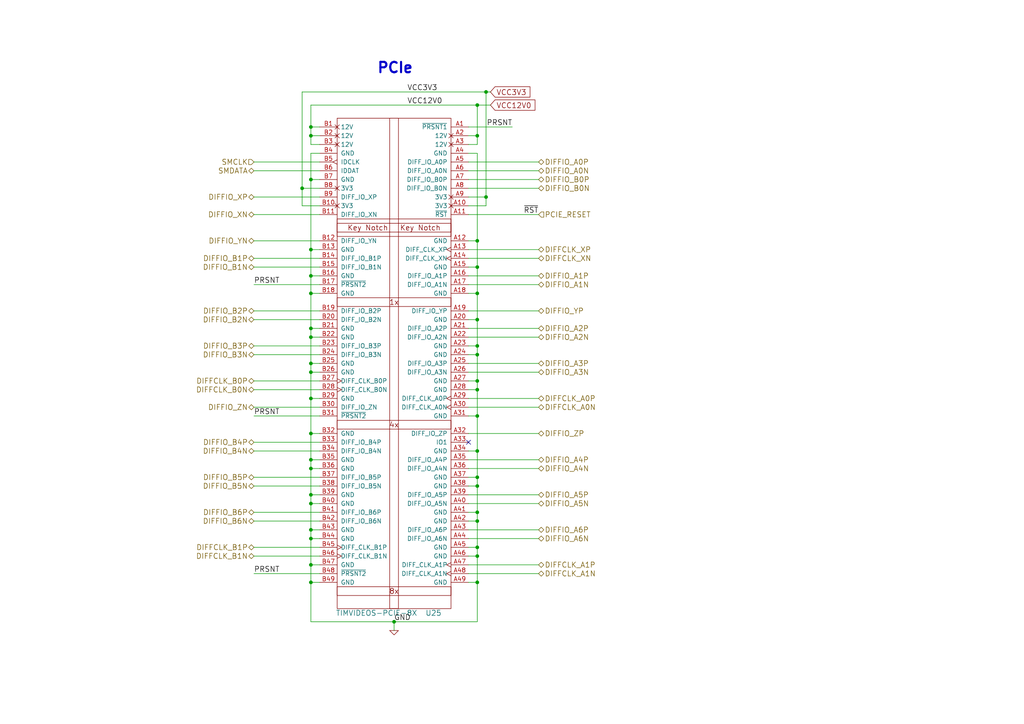
<source format=kicad_sch>
(kicad_sch (version 20250114) (generator "eeschema") (generator_version "9.0")
  (paper "A4")
  (title_block (title "Numato Opsis - TOFE Expansion Header") (date "11 jan 2016") (rev "Rev2") (company "Numato Lab") (comment 1 "http://opsis.hdmi2usb.tv/") (comment 2 "Designed in collaboration between Numato Lab and TimVideos.us") (comment 3 "License: CC-BY-SA 4.0 International") (comment 4 "$Id: 13b6ffbfc90ee885045304574051eb40e061d794 $"))
  (lib_symbols
    (symbol "GND_1" (power) (pin_names (offset 0))
      (symbol "GND_1_0_1"
        (polyline (pts (xy -1.27 0) (xy 0 -1.27) (xy 1.27 0) (xy -1.27 0)))
      )
      (symbol "GND_1_1_1"
        (pin power_in line (at 0 0 90) (length 0) (hide yes) (name "GND") (number "1"))
      )
    )
    (symbol "GND_2" (power) (pin_names (offset 0))
      (symbol "GND_2_0_1"
        (polyline (pts (xy -1.27 0) (xy 0 -1.27) (xy 1.27 0) (xy -1.27 0)))
      )
      (symbol "GND_2_1_1"
        (pin power_in line (at 0 0 90) (length 0) (hide yes) (name "GND") (number "1"))
      )
    )
    (symbol "timvideos-pcie-8x:TIMVIDEOS-PCIE-8X" (pin_names (offset 1.016))
      (property "Reference" "U" (at 0 -72.39 0))
      (property "Value" "TIMVIDEOS-PCIE-8X" (at -16.51 -72.39 0))
      (symbol "TIMVIDEOS-PCIE-8X_0_0"
        (rectangle (start -27.94 71.12) (end 5.08 -71.12))
        (rectangle (start -27.94 41.91) (end 5.08 36.83))
        (rectangle (start -27.94 40.64) (end 5.08 38.1))
        (rectangle (start -27.94 19.05) (end 5.08 16.51))
        (rectangle (start -27.94 -16.51) (end 5.08 -19.05))
        (rectangle (start -27.94 -64.77) (end 5.08 -67.31))
        (rectangle (start -12.7 71.12) (end -10.16 -71.12))
        (text "Key Notch" (at -19.05 39.37 0) (effects (font (size 1.524 1.524))))
        (text "1x" (at -11.43 17.78 0) (effects (font (size 1.524 1.524))))
        (text "4x" (at -11.43 -17.78 0) (effects (font (size 1.524 1.524))))
        (text "8x" (at -11.43 -66.04 0) (effects (font (size 1.524 1.524))))
        (text "Key Notch" (at -3.81 39.37 0) (effects (font (size 1.524 1.524))))
      )
      (symbol "TIMVIDEOS-PCIE-8X_1_1"
        (pin passive non_logic (at -33.02 68.58 0) (length 5.08) (name "12V") (number "B1"))
        (pin passive non_logic (at -33.02 66.04 0) (length 5.08) (name "12V") (number "B2"))
        (pin passive non_logic (at -33.02 63.5 0) (length 5.08) (name "12V") (number "B3"))
        (pin passive line (at -33.02 60.96 0) (length 5.08) (name "GND") (number "B4"))
        (pin bidirectional edge_clock_high (at -33.02 58.42 0) (length 5.08) (name "IDCLK") (number "B5"))
        (pin bidirectional line (at -33.02 55.88 0) (length 5.08) (name "IDDAT") (number "B6"))
        (pin passive line (at -33.02 53.34 0) (length 5.08) (name "GND") (number "B7"))
        (pin passive non_logic (at -33.02 50.8 0) (length 5.08) (name "3V3") (number "B8"))
        (pin bidirectional line (at -33.02 48.26 0) (length 5.08) (name "DIFF_IO_XP") (number "B9"))
        (pin passive non_logic (at -33.02 45.72 0) (length 5.08) (name "3V3") (number "B10"))
        (pin bidirectional line (at -33.02 43.18 0) (length 5.08) (name "DIFF_IO_XN") (number "B11"))
        (pin bidirectional line (at -33.02 35.56 0) (length 5.08) (name "DIFF_IO_YN") (number "B12"))
        (pin passive line (at -33.02 33.02 0) (length 5.08) (name "GND") (number "B13"))
        (pin bidirectional line (at -33.02 30.48 0) (length 5.08) (name "DIFF_IO_B1P") (number "B14"))
        (pin bidirectional line (at -33.02 27.94 0) (length 5.08) (name "DIFF_IO_B1N") (number "B15"))
        (pin passive line (at -33.02 25.4 0) (length 5.08) (name "GND") (number "B16"))
        (pin passive line (at -33.02 22.86 0) (length 5.08) (name "~{PRSNT2}") (number "B17"))
        (pin passive line (at -33.02 20.32 0) (length 5.08) (name "GND") (number "B18"))
        (pin bidirectional line (at -33.02 15.24 0) (length 5.08) (name "DIFF_IO_B2P") (number "B19"))
        (pin bidirectional line (at -33.02 12.7 0) (length 5.08) (name "DIFF_IO_B2N") (number "B20"))
        (pin passive line (at -33.02 10.16 0) (length 5.08) (name "GND") (number "B21"))
        (pin passive line (at -33.02 7.62 0) (length 5.08) (name "GND") (number "B22"))
        (pin bidirectional line (at -33.02 5.08 0) (length 5.08) (name "DIFF_IO_B3P") (number "B23"))
        (pin bidirectional line (at -33.02 2.54 0) (length 5.08) (name "DIFF_IO_B3N") (number "B24"))
        (pin passive line (at -33.02 0 0) (length 5.08) (name "GND") (number "B25"))
        (pin passive line (at -33.02 -2.54 0) (length 5.08) (name "GND") (number "B26"))
        (pin bidirectional clock (at -33.02 -5.08 0) (length 5.08) (name "DIFF_CLK_B0P") (number "B27"))
        (pin bidirectional clock (at -33.02 -7.62 0) (length 5.08) (name "DIFF_CLK_B0N") (number "B28"))
        (pin passive line (at -33.02 -10.16 0) (length 5.08) (name "GND") (number "B29"))
        (pin bidirectional line (at -33.02 -12.7 0) (length 5.08) (name "DIFF_IO_ZN") (number "B30"))
        (pin passive line (at -33.02 -15.24 0) (length 5.08) (name "~{PRSNT2}") (number "B31"))
        (pin passive line (at -33.02 -20.32 0) (length 5.08) (name "GND") (number "B32"))
        (pin bidirectional line (at -33.02 -22.86 0) (length 5.08) (name "DIFF_IO_B4P") (number "B33"))
        (pin bidirectional line (at -33.02 -25.4 0) (length 5.08) (name "DIFF_IO_B4N") (number "B34"))
        (pin passive line (at -33.02 -27.94 0) (length 5.08) (name "GND") (number "B35"))
        (pin passive line (at -33.02 -30.48 0) (length 5.08) (name "GND") (number "B36"))
        (pin bidirectional line (at -33.02 -33.02 0) (length 5.08) (name "DIFF_IO_B5P") (number "B37"))
        (pin bidirectional line (at -33.02 -35.56 0) (length 5.08) (name "DIFF_IO_B5N") (number "B38"))
        (pin passive line (at -33.02 -38.1 0) (length 5.08) (name "GND") (number "B39"))
        (pin passive line (at -33.02 -40.64 0) (length 5.08) (name "GND") (number "B40"))
        (pin bidirectional line (at -33.02 -43.18 0) (length 5.08) (name "DIFF_IO_B6P") (number "B41"))
        (pin bidirectional line (at -33.02 -45.72 0) (length 5.08) (name "DIFF_IO_B6N") (number "B42"))
        (pin passive line (at -33.02 -48.26 0) (length 5.08) (name "GND") (number "B43"))
        (pin passive line (at -33.02 -50.8 0) (length 5.08) (name "GND") (number "B44"))
        (pin bidirectional clock (at -33.02 -53.34 0) (length 5.08) (name "DIFF_CLK_B1P") (number "B45"))
        (pin bidirectional clock (at -33.02 -55.88 0) (length 5.08) (name "DIFF_CLK_B1N") (number "B46"))
        (pin passive line (at -33.02 -58.42 0) (length 5.08) (name "GND") (number "B47"))
        (pin passive line (at -33.02 -60.96 0) (length 5.08) (name "~{PRSNT2}") (number "B48"))
        (pin passive line (at -33.02 -63.5 0) (length 5.08) (name "GND") (number "B49"))
        (pin passive line (at 10.16 68.58 180) (length 5.08) (name "~{PRSNT1}") (number "A1"))
        (pin passive non_logic (at 10.16 66.04 180) (length 5.08) (name "12V") (number "A2"))
        (pin passive non_logic (at 10.16 63.5 180) (length 5.08) (name "12V") (number "A3"))
        (pin passive line (at 10.16 60.96 180) (length 5.08) (name "GND") (number "A4"))
        (pin bidirectional line (at 10.16 58.42 180) (length 5.08) (name "DIFF_IO_A0P") (number "A5"))
        (pin bidirectional line (at 10.16 55.88 180) (length 5.08) (name "DIFF_IO_A0N") (number "A6"))
        (pin bidirectional line (at 10.16 53.34 180) (length 5.08) (name "DIFF_IO_B0P") (number "A7"))
        (pin bidirectional line (at 10.16 50.8 180) (length 5.08) (name "DIFF_IO_B0N") (number "A8"))
        (pin passive non_logic (at 10.16 48.26 180) (length 5.08) (name "3V3") (number "A9"))
        (pin passive non_logic (at 10.16 45.72 180) (length 5.08) (name "3V3") (number "A10"))
        (pin passive line (at 10.16 43.18 180) (length 5.08) (name "~{RST}") (number "A11"))
        (pin passive line (at 10.16 35.56 180) (length 5.08) (name "GND") (number "A12"))
        (pin bidirectional clock (at 10.16 33.02 180) (length 5.08) (name "DIFF_CLK_XP") (number "A13"))
        (pin bidirectional clock (at 10.16 30.48 180) (length 5.08) (name "DIFF_CLK_XN") (number "A14"))
        (pin passive line (at 10.16 27.94 180) (length 5.08) (name "GND") (number "A15"))
        (pin bidirectional line (at 10.16 25.4 180) (length 5.08) (name "DIFF_IO_A1P") (number "A16"))
        (pin bidirectional line (at 10.16 22.86 180) (length 5.08) (name "DIFF_IO_A1N") (number "A17"))
        (pin passive line (at 10.16 20.32 180) (length 5.08) (name "GND") (number "A18"))
        (pin bidirectional line (at 10.16 15.24 180) (length 5.08) (name "DIFF_IO_YP") (number "A19"))
        (pin passive line (at 10.16 12.7 180) (length 5.08) (name "GND") (number "A20"))
        (pin bidirectional line (at 10.16 10.16 180) (length 5.08) (name "DIFF_IO_A2P") (number "A21"))
        (pin bidirectional line (at 10.16 7.62 180) (length 5.08) (name "DIFF_IO_A2N") (number "A22"))
        (pin passive line (at 10.16 5.08 180) (length 5.08) (name "GND") (number "A23"))
        (pin passive line (at 10.16 2.54 180) (length 5.08) (name "GND") (number "A24"))
        (pin bidirectional line (at 10.16 0 180) (length 5.08) (name "DIFF_IO_A3P") (number "A25"))
        (pin bidirectional line (at 10.16 -2.54 180) (length 5.08) (name "DIFF_IO_A3N") (number "A26"))
        (pin passive line (at 10.16 -5.08 180) (length 5.08) (name "GND") (number "A27"))
        (pin passive line (at 10.16 -7.62 180) (length 5.08) (name "GND") (number "A28"))
        (pin bidirectional clock (at 10.16 -10.16 180) (length 5.08) (name "DIFF_CLK_A0P") (number "A29"))
        (pin bidirectional clock (at 10.16 -12.7 180) (length 5.08) (name "DIFF_CLK_A0N") (number "A30"))
        (pin passive line (at 10.16 -15.24 180) (length 5.08) (name "GND") (number "A31"))
        (pin bidirectional line (at 10.16 -20.32 180) (length 5.08) (name "DIFF_IO_ZP") (number "A32"))
        (pin bidirectional line (at 10.16 -22.86 180) (length 5.08) (name "IO1") (number "A33"))
        (pin passive line (at 10.16 -25.4 180) (length 5.08) (name "GND") (number "A34"))
        (pin bidirectional line (at 10.16 -27.94 180) (length 5.08) (name "DIFF_IO_A4P") (number "A35"))
        (pin bidirectional line (at 10.16 -30.48 180) (length 5.08) (name "DIFF_IO_A4N") (number "A36"))
        (pin passive line (at 10.16 -33.02 180) (length 5.08) (name "GND") (number "A37"))
        (pin passive line (at 10.16 -35.56 180) (length 5.08) (name "GND") (number "A38"))
        (pin bidirectional line (at 10.16 -38.1 180) (length 5.08) (name "DIFF_IO_A5P") (number "A39"))
        (pin bidirectional line (at 10.16 -40.64 180) (length 5.08) (name "DIFF_IO_A5N") (number "A40"))
        (pin passive line (at 10.16 -43.18 180) (length 5.08) (name "GND") (number "A41"))
        (pin passive line (at 10.16 -45.72 180) (length 5.08) (name "GND") (number "A42"))
        (pin bidirectional line (at 10.16 -48.26 180) (length 5.08) (name "DIFF_IO_A6P") (number "A43"))
        (pin bidirectional line (at 10.16 -50.8 180) (length 5.08) (name "DIFF_IO_A6N") (number "A44"))
        (pin passive line (at 10.16 -53.34 180) (length 5.08) (name "GND") (number "A45"))
        (pin passive line (at 10.16 -55.88 180) (length 5.08) (name "GND") (number "A46"))
        (pin bidirectional clock (at 10.16 -58.42 180) (length 5.08) (name "DIFF_CLK_A1P") (number "A47"))
        (pin bidirectional clock (at 10.16 -60.96 180) (length 5.08) (name "DIFF_CLK_A1N") (number "A48"))
        (pin passive line (at 10.16 -63.5 180) (length 5.08) (name "GND") (number "A49"))
      )
    )
  )
  (text "PCIe" (at 109.22 21.59 0) (effects (font (size 2.9972 2.9972) (thickness 0.5994) (bold yes)) (justify left bottom)))
  (junction (at 138.43 69.85))
  (junction (at 138.43 113.03))
  (junction (at 140.97 26.67))
  (junction (at 90.17 72.39))
  (junction (at 90.17 156.21))
  (junction (at 114.3 180.34))
  (junction (at 90.17 115.57))
  (junction (at 138.43 85.09))
  (junction (at 138.43 161.29))
  (junction (at 138.43 138.43))
  (junction (at 90.17 107.95))
  (junction (at 90.17 95.25))
  (junction (at 90.17 135.89))
  (junction (at 90.17 168.91))
  (junction (at 90.17 153.67))
  (junction (at 87.63 54.61))
  (junction (at 90.17 39.37))
  (junction (at 138.43 92.71))
  (junction (at 138.43 140.97))
  (junction (at 90.17 163.83))
  (junction (at 90.17 97.79))
  (junction (at 90.17 143.51))
  (junction (at 138.43 77.47))
  (junction (at 90.17 105.41))
  (junction (at 138.43 102.87))
  (junction (at 138.43 130.81))
  (junction (at 138.43 39.37))
  (junction (at 138.43 151.13))
  (junction (at 138.43 120.65))
  (junction (at 140.97 57.15))
  (junction (at 138.43 110.49))
  (junction (at 90.17 133.35))
  (junction (at 90.17 146.05))
  (junction (at 138.43 158.75))
  (junction (at 90.17 80.01))
  (junction (at 138.43 100.33))
  (junction (at 138.43 30.48))
  (junction (at 90.17 36.83))
  (junction (at 90.17 52.07))
  (junction (at 90.17 85.09))
  (junction (at 138.43 168.91))
  (junction (at 90.17 125.73))
  (junction (at 138.43 148.59))
  (no_connect (at 135.89 128.27))
  (wire (pts (xy 135.89 102.87) (xy 138.43 102.87)))
  (wire (pts (xy 92.71 107.95) (xy 90.17 107.95)))
  (wire (pts (xy 92.71 135.89) (xy 90.17 135.89)))
  (wire (pts (xy 92.71 95.25) (xy 90.17 95.25)))
  (wire (pts (xy 90.17 133.35) (xy 90.17 135.89)))
  (wire (pts (xy 90.17 153.67) (xy 90.17 156.21)))
  (wire (pts (xy 90.17 168.91) (xy 90.17 180.34)))
  (wire (pts (xy 92.71 92.71) (xy 73.66 92.71)))
  (wire (pts (xy 138.43 92.71) (xy 138.43 85.09)))
  (wire (pts (xy 90.17 125.73) (xy 90.17 133.35)))
  (wire (pts (xy 87.63 54.61) (xy 87.63 59.69)))
  (wire (pts (xy 90.17 180.34) (xy 114.3 180.34)))
  (wire (pts (xy 138.43 102.87) (xy 138.43 100.33)))
  (wire (pts (xy 138.43 44.45) (xy 135.89 44.45)))
  (wire (pts (xy 135.89 156.21) (xy 156.21 156.21)))
  (wire (pts (xy 92.71 49.53) (xy 73.66 49.53)))
  (wire (pts (xy 90.17 107.95) (xy 90.17 115.57)))
  (wire (pts (xy 92.71 44.45) (xy 90.17 44.45)))
  (wire (pts (xy 135.89 163.83) (xy 156.21 163.83)))
  (wire (pts (xy 73.66 120.65) (xy 92.71 120.65)))
  (wire (pts (xy 135.89 113.03) (xy 138.43 113.03)))
  (wire (pts (xy 138.43 85.09) (xy 138.43 77.47)))
  (wire (pts (xy 87.63 26.67) (xy 140.97 26.67)))
  (wire (pts (xy 73.66 128.27) (xy 92.71 128.27)))
  (wire (pts (xy 92.71 80.01) (xy 90.17 80.01)))
  (wire (pts (xy 138.43 161.29) (xy 138.43 158.75)))
  (wire (pts (xy 92.71 168.91) (xy 90.17 168.91)))
  (wire (pts (xy 135.89 77.47) (xy 138.43 77.47)))
  (wire (pts (xy 135.89 41.91) (xy 138.43 41.91)))
  (wire (pts (xy 135.89 115.57) (xy 156.21 115.57)))
  (wire (pts (xy 135.89 168.91) (xy 138.43 168.91)))
  (wire (pts (xy 138.43 30.48) (xy 142.24 30.48)))
  (wire (pts (xy 135.89 90.17) (xy 156.21 90.17)))
  (wire (pts (xy 92.71 113.03) (xy 73.66 113.03)))
  (wire (pts (xy 138.43 120.65) (xy 138.43 113.03)))
  (wire (pts (xy 92.71 146.05) (xy 90.17 146.05)))
  (wire (pts (xy 138.43 140.97) (xy 138.43 138.43)))
  (wire (pts (xy 92.71 72.39) (xy 90.17 72.39)))
  (wire (pts (xy 92.71 148.59) (xy 73.66 148.59)))
  (wire (pts (xy 135.89 39.37) (xy 138.43 39.37)))
  (wire (pts (xy 135.89 148.59) (xy 138.43 148.59)))
  (wire (pts (xy 90.17 39.37) (xy 90.17 41.91)))
  (wire (pts (xy 138.43 151.13) (xy 138.43 148.59)))
  (wire (pts (xy 140.97 57.15) (xy 135.89 57.15)))
  (wire (pts (xy 92.71 39.37) (xy 90.17 39.37)))
  (wire (pts (xy 135.89 100.33) (xy 138.43 100.33)))
  (wire (pts (xy 92.71 153.67) (xy 90.17 153.67)))
  (wire (pts (xy 90.17 97.79) (xy 90.17 105.41)))
  (wire (pts (xy 90.17 156.21) (xy 90.17 163.83)))
  (wire (pts (xy 92.71 158.75) (xy 73.66 158.75)))
  (wire (pts (xy 138.43 77.47) (xy 138.43 69.85)))
  (wire (pts (xy 92.71 62.23) (xy 73.66 62.23)))
  (wire (pts (xy 135.89 107.95) (xy 156.21 107.95)))
  (wire (pts (xy 114.3 182.88) (xy 114.3 180.34)))
  (wire (pts (xy 92.71 102.87) (xy 73.66 102.87)))
  (wire (pts (xy 90.17 36.83) (xy 90.17 39.37)))
  (wire (pts (xy 135.89 166.37) (xy 156.21 166.37)))
  (wire (pts (xy 135.89 135.89) (xy 156.21 135.89)))
  (wire (pts (xy 135.89 138.43) (xy 138.43 138.43)))
  (wire (pts (xy 90.17 85.09) (xy 90.17 95.25)))
  (wire (pts (xy 90.17 72.39) (xy 90.17 80.01)))
  (wire (pts (xy 92.71 46.99) (xy 73.66 46.99)))
  (wire (pts (xy 135.89 46.99) (xy 156.21 46.99)))
  (wire (pts (xy 138.43 168.91) (xy 138.43 161.29)))
  (wire (pts (xy 90.17 52.07) (xy 90.17 72.39)))
  (wire (pts (xy 135.89 161.29) (xy 138.43 161.29)))
  (wire (pts (xy 92.71 140.97) (xy 73.66 140.97)))
  (wire (pts (xy 92.71 105.41) (xy 90.17 105.41)))
  (wire (pts (xy 135.89 146.05) (xy 156.21 146.05)))
  (wire (pts (xy 92.71 85.09) (xy 90.17 85.09)))
  (wire (pts (xy 90.17 41.91) (xy 92.71 41.91)))
  (wire (pts (xy 135.89 158.75) (xy 138.43 158.75)))
  (wire (pts (xy 135.89 153.67) (xy 156.21 153.67)))
  (wire (pts (xy 92.71 52.07) (xy 90.17 52.07)))
  (wire (pts (xy 92.71 163.83) (xy 90.17 163.83)))
  (wire (pts (xy 138.43 148.59) (xy 138.43 140.97)))
  (wire (pts (xy 138.43 41.91) (xy 138.43 39.37)))
  (wire (pts (xy 92.71 90.17) (xy 73.66 90.17)))
  (wire (pts (xy 135.89 110.49) (xy 138.43 110.49)))
  (wire (pts (xy 135.89 52.07) (xy 156.21 52.07)))
  (wire (pts (xy 135.89 120.65) (xy 138.43 120.65)))
  (wire (pts (xy 138.43 130.81) (xy 138.43 120.65)))
  (wire (pts (xy 135.89 118.11) (xy 156.21 118.11)))
  (wire (pts (xy 135.89 74.93) (xy 156.21 74.93)))
  (wire (pts (xy 73.66 82.55) (xy 92.71 82.55)))
  (wire (pts (xy 87.63 59.69) (xy 92.71 59.69)))
  (wire (pts (xy 92.71 54.61) (xy 87.63 54.61)))
  (wire (pts (xy 135.89 143.51) (xy 156.21 143.51)))
  (wire (pts (xy 90.17 30.48) (xy 138.43 30.48)))
  (wire (pts (xy 90.17 146.05) (xy 90.17 153.67)))
  (wire (pts (xy 90.17 143.51) (xy 90.17 146.05)))
  (wire (pts (xy 135.89 62.23) (xy 156.21 62.23)))
  (wire (pts (xy 135.89 49.53) (xy 156.21 49.53)))
  (wire (pts (xy 92.71 151.13) (xy 73.66 151.13)))
  (wire (pts (xy 90.17 95.25) (xy 90.17 97.79)))
  (wire (pts (xy 135.89 151.13) (xy 138.43 151.13)))
  (wire (pts (xy 135.89 130.81) (xy 138.43 130.81)))
  (wire (pts (xy 92.71 110.49) (xy 73.66 110.49)))
  (wire (pts (xy 135.89 36.83) (xy 148.59 36.83)))
  (wire (pts (xy 92.71 138.43) (xy 73.66 138.43)))
  (wire (pts (xy 138.43 113.03) (xy 138.43 110.49)))
  (wire (pts (xy 135.89 54.61) (xy 156.21 54.61)))
  (wire (pts (xy 92.71 69.85) (xy 73.66 69.85)))
  (wire (pts (xy 135.89 97.79) (xy 156.21 97.79)))
  (wire (pts (xy 92.71 36.83) (xy 90.17 36.83)))
  (wire (pts (xy 90.17 30.48) (xy 90.17 36.83)))
  (wire (pts (xy 138.43 100.33) (xy 138.43 92.71)))
  (wire (pts (xy 135.89 69.85) (xy 138.43 69.85)))
  (wire (pts (xy 92.71 77.47) (xy 73.66 77.47)))
  (wire (pts (xy 135.89 125.73) (xy 156.21 125.73)))
  (wire (pts (xy 114.3 180.34) (xy 138.43 180.34)))
  (wire (pts (xy 138.43 39.37) (xy 138.43 30.48)))
  (wire (pts (xy 90.17 105.41) (xy 90.17 107.95)))
  (wire (pts (xy 92.71 115.57) (xy 90.17 115.57)))
  (wire (pts (xy 92.71 156.21) (xy 90.17 156.21)))
  (wire (pts (xy 135.89 80.01) (xy 156.21 80.01)))
  (wire (pts (xy 138.43 138.43) (xy 138.43 130.81)))
  (wire (pts (xy 92.71 57.15) (xy 73.66 57.15)))
  (wire (pts (xy 92.71 161.29) (xy 73.66 161.29)))
  (wire (pts (xy 138.43 158.75) (xy 138.43 151.13)))
  (wire (pts (xy 92.71 100.33) (xy 73.66 100.33)))
  (wire (pts (xy 90.17 44.45) (xy 90.17 52.07)))
  (wire (pts (xy 135.89 95.25) (xy 156.21 95.25)))
  (wire (pts (xy 140.97 26.67) (xy 140.97 57.15)))
  (wire (pts (xy 90.17 163.83) (xy 90.17 168.91)))
  (wire (pts (xy 135.89 133.35) (xy 156.21 133.35)))
  (wire (pts (xy 140.97 57.15) (xy 140.97 59.69)))
  (wire (pts (xy 92.71 97.79) (xy 90.17 97.79)))
  (wire (pts (xy 87.63 26.67) (xy 87.63 54.61)))
  (wire (pts (xy 135.89 82.55) (xy 156.21 82.55)))
  (wire (pts (xy 92.71 74.93) (xy 73.66 74.93)))
  (wire (pts (xy 92.71 133.35) (xy 90.17 133.35)))
  (wire (pts (xy 92.71 118.11) (xy 73.66 118.11)))
  (wire (pts (xy 135.89 92.71) (xy 138.43 92.71)))
  (wire (pts (xy 90.17 115.57) (xy 90.17 125.73)))
  (wire (pts (xy 140.97 26.67) (xy 142.24 26.67)))
  (wire (pts (xy 90.17 135.89) (xy 90.17 143.51)))
  (wire (pts (xy 135.89 85.09) (xy 138.43 85.09)))
  (wire (pts (xy 138.43 110.49) (xy 138.43 102.87)))
  (wire (pts (xy 135.89 72.39) (xy 156.21 72.39)))
  (wire (pts (xy 73.66 166.37) (xy 92.71 166.37)))
  (wire (pts (xy 138.43 69.85) (xy 138.43 44.45)))
  (wire (pts (xy 92.71 130.81) (xy 73.66 130.81)))
  (wire (pts (xy 92.71 125.73) (xy 90.17 125.73)))
  (wire (pts (xy 135.89 140.97) (xy 138.43 140.97)))
  (wire (pts (xy 140.97 59.69) (xy 135.89 59.69)))
  (wire (pts (xy 135.89 105.41) (xy 156.21 105.41)))
  (wire (pts (xy 138.43 180.34) (xy 138.43 168.91)))
  (wire (pts (xy 90.17 80.01) (xy 90.17 85.09)))
  (wire (pts (xy 92.71 143.51) (xy 90.17 143.51)))
  (label "VCC12V0" (at 118.11 30.48 0) (effects (font (size 1.524 1.524))))
  (label "PRSNT" (at 73.66 166.37 0) (effects (font (size 1.524 1.524))))
  (label "PRSNT" (at 73.66 82.55 0) (effects (font (size 1.524 1.524))))
  (label "PRSNT" (at 148.59 36.83 180) (effects (font (size 1.524 1.524))))
  (label "PRSNT" (at 73.66 120.65 0) (effects (font (size 1.524 1.524))))
  (label "GND" (at 114.3 180.34 0) (effects (font (size 1.524 1.524))))
  (label "~{RST}" (at 156.21 62.23 180) (effects (font (size 1.524 1.524))))
  (label "VCC3V3" (at 118.11 26.67 0) (effects (font (size 1.524 1.524))))
  (global_label "VCC3V3" (shape input) (at 142.24 26.67 0) (effects (font (size 1.524 1.524))) (property "Intersheetrefs" "${INTERSHEET_REFS}" (effects (hide yes))))
  (global_label "VCC12V0" (shape input) (at 142.24 30.48 0) (effects (font (size 1.524 1.524))) (property "Intersheetrefs" "${INTERSHEET_REFS}" (effects (hide yes))))
  (hierarchical_label "DIFFIO_A6P" (shape bidirectional) (at 156.21 153.67 0) (effects (font (size 1.524 1.524))))
  (hierarchical_label "DIFFIO_B3N" (shape bidirectional) (at 73.66 102.87 180) (effects (font (size 1.524 1.524))))
  (hierarchical_label "DIFFIO_A6N" (shape bidirectional) (at 156.21 156.21 0) (effects (font (size 1.524 1.524))))
  (hierarchical_label "DIFFIO_YP" (shape bidirectional) (at 156.21 90.17 0) (effects (font (size 1.524 1.524))))
  (hierarchical_label "DIFFCLK_XN" (shape bidirectional) (at 156.21 74.93 0) (effects (font (size 1.524 1.524))))
  (hierarchical_label "DIFFIO_B5P" (shape bidirectional) (at 73.66 138.43 180) (effects (font (size 1.524 1.524))))
  (hierarchical_label "DIFFIO_A4P" (shape bidirectional) (at 156.21 133.35 0) (effects (font (size 1.524 1.524))))
  (hierarchical_label "DIFFCLK_A0P" (shape bidirectional) (at 156.21 115.57 0) (effects (font (size 1.524 1.524))))
  (hierarchical_label "DIFFIO_XN" (shape bidirectional) (at 73.66 62.23 180) (effects (font (size 1.524 1.524))))
  (hierarchical_label "DIFFCLK_B1P" (shape bidirectional) (at 73.66 158.75 180) (effects (font (size 1.524 1.524))))
  (hierarchical_label "DIFFIO_B6P" (shape bidirectional) (at 73.66 148.59 180) (effects (font (size 1.524 1.524))))
  (hierarchical_label "DIFFIO_ZN" (shape bidirectional) (at 73.66 118.11 180) (effects (font (size 1.524 1.524))))
  (hierarchical_label "DIFFIO_A0P" (shape bidirectional) (at 156.21 46.99 0) (effects (font (size 1.524 1.524))))
  (hierarchical_label "DIFFIO_YN" (shape bidirectional) (at 73.66 69.85 180) (effects (font (size 1.524 1.524))))
  (hierarchical_label "DIFFIO_XP" (shape bidirectional) (at 73.66 57.15 180) (effects (font (size 1.524 1.524))))
  (hierarchical_label "DIFFIO_B6N" (shape bidirectional) (at 73.66 151.13 180) (effects (font (size 1.524 1.524))))
  (hierarchical_label "DIFFIO_A2P" (shape bidirectional) (at 156.21 95.25 0) (effects (font (size 1.524 1.524))))
  (hierarchical_label "DIFFIO_A1N" (shape bidirectional) (at 156.21 82.55 0) (effects (font (size 1.524 1.524))))
  (hierarchical_label "DIFFIO_B5N" (shape bidirectional) (at 73.66 140.97 180) (effects (font (size 1.524 1.524))))
  (hierarchical_label "DIFFIO_B0N" (shape bidirectional) (at 156.21 54.61 0) (effects (font (size 1.524 1.524))))
  (hierarchical_label "DIFFIO_B4P" (shape bidirectional) (at 73.66 128.27 180) (effects (font (size 1.524 1.524))))
  (hierarchical_label "DIFFIO_ZP" (shape bidirectional) (at 156.21 125.73 0) (effects (font (size 1.524 1.524))))
  (hierarchical_label "DIFFCLK_XP" (shape bidirectional) (at 156.21 72.39 0) (effects (font (size 1.524 1.524))))
  (hierarchical_label "DIFFIO_B3P" (shape bidirectional) (at 73.66 100.33 180) (effects (font (size 1.524 1.524))))
  (hierarchical_label "DIFFIO_A3N" (shape bidirectional) (at 156.21 107.95 0) (effects (font (size 1.524 1.524))))
  (hierarchical_label "DIFFIO_A0N" (shape bidirectional) (at 156.21 49.53 0) (effects (font (size 1.524 1.524))))
  (hierarchical_label "DIFFIO_B1P" (shape bidirectional) (at 73.66 74.93 180) (effects (font (size 1.524 1.524))))
  (hierarchical_label "DIFFIO_B1N" (shape bidirectional) (at 73.66 77.47 180) (effects (font (size 1.524 1.524))))
  (hierarchical_label "DIFFCLK_B0P" (shape bidirectional) (at 73.66 110.49 180) (effects (font (size 1.524 1.524))))
  (hierarchical_label "DIFFIO_A5P" (shape bidirectional) (at 156.21 143.51 0) (effects (font (size 1.524 1.524))))
  (hierarchical_label "DIFFCLK_A1P" (shape bidirectional) (at 156.21 163.83 0) (effects (font (size 1.524 1.524))))
  (hierarchical_label "DIFFIO_B4N" (shape bidirectional) (at 73.66 130.81 180) (effects (font (size 1.524 1.524))))
  (hierarchical_label "DIFFIO_B2N" (shape bidirectional) (at 73.66 92.71 180) (effects (font (size 1.524 1.524))))
  (hierarchical_label "DIFFIO_A1P" (shape bidirectional) (at 156.21 80.01 0) (effects (font (size 1.524 1.524))))
  (hierarchical_label "DIFFCLK_A1N" (shape bidirectional) (at 156.21 166.37 0) (effects (font (size 1.524 1.524))))
  (hierarchical_label "DIFFIO_B2P" (shape bidirectional) (at 73.66 90.17 180) (effects (font (size 1.524 1.524))))
  (hierarchical_label "DIFFIO_A2N" (shape bidirectional) (at 156.21 97.79 0) (effects (font (size 1.524 1.524))))
  (hierarchical_label "DIFFCLK_B0N" (shape bidirectional) (at 73.66 113.03 180) (effects (font (size 1.524 1.524))))
  (hierarchical_label "PCIE_RESET" (shape input) (at 156.21 62.23 0) (effects (font (size 1.524 1.524))))
  (hierarchical_label "DIFFCLK_B1N" (shape bidirectional) (at 73.66 161.29 180) (effects (font (size 1.524 1.524))))
  (hierarchical_label "DIFFIO_A4N" (shape bidirectional) (at 156.21 135.89 0) (effects (font (size 1.524 1.524))))
  (hierarchical_label "SMDATA" (shape bidirectional) (at 73.66 49.53 180) (effects (font (size 1.524 1.524))))
  (hierarchical_label "DIFFCLK_A0N" (shape bidirectional) (at 156.21 118.11 0) (effects (font (size 1.524 1.524))))
  (hierarchical_label "DIFFIO_A3P" (shape bidirectional) (at 156.21 105.41 0) (effects (font (size 1.524 1.524))))
  (hierarchical_label "DIFFIO_B0P" (shape bidirectional) (at 156.21 52.07 0) (effects (font (size 1.524 1.524))))
  (hierarchical_label "SMCLK" (shape input) (at 73.66 46.99 180) (effects (font (size 1.524 1.524))))
  (hierarchical_label "DIFFIO_A5N" (shape bidirectional) (at 156.21 146.05 0) (effects (font (size 1.524 1.524))))
  (symbol (lib_id "timvideos-pcie-8x:TIMVIDEOS-PCIE-8X") (at 125.73 105.41 0) (unit 1)
    (property "Reference" "U25" (at 125.73 177.8 0) (effects (font (size 1.524 1.524))))
    (property "Value" "TIMVIDEOS-PCIE-8X" (at 109.22 177.8 0) (effects (font (size 1.524 1.524))))
    (property "Footprint" "PCIe_98Pos" (effects (hide yes)))
    (property "Populate" "Yes" (effects (hide yes)))
  )
  (symbol (lib_name "GND_2") (lib_id "HDMI2USB-rescue:GND") (at 114.3 182.88 0) (unit 1)
    (property "Reference" "#PWR045" (effects (hide yes)))
    (property "Value" "GND" (effects (hide yes)))
    (property "Populate" "Yes" (effects (hide yes)))
  )
)
</source>
